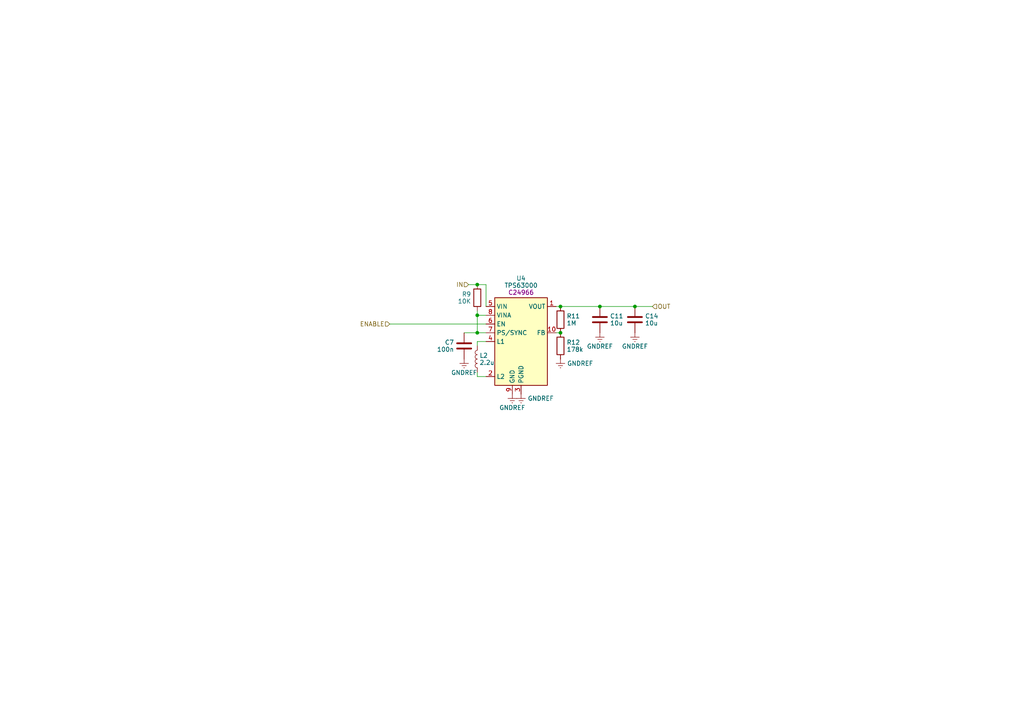
<source format=kicad_sch>
(kicad_sch (version 20230121) (generator eeschema)
  (paper "A4")
  (lib_symbols
    (symbol "Library:C" (pin_numbers hide) (pin_names (offset 0.254))
      (property "Reference" "C" (at 0.635 2.54 0))
      (property "Value" "C" (at 0.635 -2.54 0))
      (symbol "C_0_1"
        (polyline (pts (xy -2.032 -0.762) (xy 2.032 -0.762)) (stroke (width 0.508)))
        (polyline (pts (xy -2.032 0.762) (xy 2.032 0.762)) (stroke (width 0.508)))
      )
      (symbol "C_1_1"
        (pin passive line (at 0 3.81 270) (length 2.794) (name "~") (number "1"))
        (pin passive line (at 0 -3.81 90) (length 2.794) (name "~") (number "2"))
      )
    )
    (symbol "Library:L" (pin_numbers hide) (pin_names (offset 1.016) hide)
      (property "Reference" "L" (at -1.27 0 90))
      (property "Value" "L" (at 1.905 0 90))
      (symbol "L_0_1"
        (arc (start 0 -2.54) (mid 0.6323 -1.905) (end 0 -1.27))
        (arc (start 0 -1.27) (mid 0.6323 -0.635) (end 0 0))
        (arc (start 0 0) (mid 0.6323 0.635) (end 0 1.27))
        (arc (start 0 1.27) (mid 0.6323 1.905) (end 0 2.54))
      )
      (symbol "L_1_1"
        (pin passive line (at 0 3.81 270) (length 1.27) (name "1") (number "1"))
        (pin passive line (at 0 -3.81 90) (length 1.27) (name "2") (number "2"))
      )
    )
    (symbol "Library:R" (pin_numbers hide) (pin_names (offset 0))
      (property "Reference" "R" (at 2.032 0 90))
      (property "Value" "R" (at 0 0 90))
      (symbol "R_0_1"
        (rectangle (start -1.016 -2.54) (end 1.016 2.54) (stroke (width 0.254)))
      )
      (symbol "R_1_1"
        (pin passive line (at 0 3.81 270) (length 1.27) (name "~") (number "1"))
        (pin passive line (at 0 -3.81 90) (length 1.27) (name "~") (number "2"))
      )
    )
    (symbol "Library:TPS63001"
      (property "Reference" "U" (at -7.62 13.97 0))
      (property "Value" "TPS63001" (at 5.08 13.97 0))
      (property "JLC Part #" "C28060" (at 0 0 0))
      (symbol "TPS63001_0_1"
        (rectangle (start -7.62 12.7) (end 7.62 -12.7) (stroke (width 0.254)) (fill (type background)))
      )
      (symbol "TPS63001_1_1"
        (pin power_out line (at 10.16 10.16 180) (length 2.54) (name "VOUT") (number "1"))
        (pin input line (at 10.16 2.54 180) (length 2.54) (name "FB") (number "10"))
        (pin passive line (at 0 -15.24 90) (length 2.54) hide (name "PGND") (number "11"))
        (pin input line (at -10.16 -10.16 0) (length 2.54) (name "L2") (number "2"))
        (pin power_in line (at 0 -15.24 90) (length 2.54) (name "PGND") (number "3"))
        (pin input line (at -10.16 0 0) (length 2.54) (name "L1") (number "4"))
        (pin power_in line (at -10.16 10.16 0) (length 2.54) (name "VIN") (number "5"))
        (pin input line (at -10.16 5.08 0) (length 2.54) (name "EN") (number "6"))
        (pin input line (at -10.16 2.54 0) (length 2.54) (name "PS/SYNC") (number "7"))
        (pin power_in line (at -10.16 7.62 0) (length 2.54) (name "VINA") (number "8"))
        (pin power_in line (at -2.54 -15.24 90) (length 2.54) (name "GND") (number "9"))
      )
    )
    (symbol "power:GNDREF" (power) (pin_names (offset 0))
      (property "Value" "GNDREF" (at 0 -3.81 0))
      (symbol "GNDREF_0_1"
        (polyline (pts (xy -0.635 -1.905) (xy 0.635 -1.905)))
        (polyline (pts (xy -0.127 -2.54) (xy 0.127 -2.54)))
        (polyline (pts (xy 0 -1.27) (xy 0 0)))
        (polyline (pts (xy 1.27 -1.27) (xy -1.27 -1.27)))
      )
      (symbol "GNDREF_1_1"
        (pin power_in line (at 0 0 270) (length 0) hide (name "GNDREF") (number "1"))
      )
    )
  )
  (junction (at 138.43 82.55))
  (junction (at 138.43 91.44))
  (junction (at 162.56 96.52))
  (junction (at 162.56 88.9))
  (junction (at 138.43 96.52))
  (junction (at 184.15 88.9))
  (junction (at 173.99 88.9))
  (wire (pts (xy 161.29 96.52) (xy 162.56 96.52)))
  (wire (pts (xy 138.43 100.33) (xy 138.43 99.06)))
  (wire (pts (xy 140.97 109.22) (xy 138.43 109.22)))
  (wire (pts (xy 173.99 88.9) (xy 184.15 88.9)))
  (wire (pts (xy 113.03 93.98) (xy 140.97 93.98)))
  (wire (pts (xy 162.56 88.9) (xy 173.99 88.9)))
  (wire (pts (xy 140.97 96.52) (xy 138.43 96.52)))
  (wire (pts (xy 140.97 82.55) (xy 140.97 88.9)))
  (wire (pts (xy 161.29 88.9) (xy 162.56 88.9)))
  (wire (pts (xy 138.43 109.22) (xy 138.43 107.95)))
  (wire (pts (xy 138.43 90.17) (xy 138.43 91.44)))
  (wire (pts (xy 138.43 82.55) (xy 140.97 82.55)))
  (wire (pts (xy 138.43 91.44) (xy 140.97 91.44)))
  (wire (pts (xy 138.43 99.06) (xy 140.97 99.06)))
  (wire (pts (xy 134.62 96.52) (xy 138.43 96.52)))
  (wire (pts (xy 138.43 91.44) (xy 138.43 96.52)))
  (wire (pts (xy 135.89 82.55) (xy 138.43 82.55)))
  (wire (pts (xy 184.15 88.9) (xy 189.23 88.9)))
  (hierarchical_label "ENABLE" (shape input) (at 113.03 93.98 180))
  (hierarchical_label "IN" (shape input) (at 135.89 82.55 180))
  (hierarchical_label "OUT" (shape input) (at 189.23 88.9 0))
  (symbol (lib_id "power:GNDREF") (at 151.13 114.3 0) (unit 1)
    (property "Reference" "#PWR019" (effects hide))
    (property "Value" "GNDREF" (at 153.035 115.57 0) (effects (justify left)))
  )
  (symbol (lib_id "power:GNDREF") (at 184.15 96.52 0) (unit 1)
    (property "Reference" "#PWR029" (effects hide))
    (property "Value" "GNDREF" (at 184.15 100.465 0))
  )
  (symbol (lib_id "Library:TPS63001") (at 151.13 99.06 0) (unit 1)
    (property "Reference" "U4" (at 151.13 80.732 0))
    (property "Value" "TPS63000" (at 151.13 82.78 0))
    (property "Footprint" "Package_SON:Texas_DRC0010J" (effects hide))
    (property "Datasheet" "http://www.ti.com/lit/ds/symlink/tps63000.pdf" (effects hide))
    (property "MPN" "C24966" (at 151.13 84.828 0))
  )
  (symbol (lib_id "Library:C") (at 173.99 92.71 0) (unit 1)
    (property "Reference" "C11" (at 176.911 91.686 0) (effects (justify left)))
    (property "Value" "10u" (at 176.911 93.734 0) (effects (justify left)))
    (property "Footprint" "Capacitor_SMD:C_0603_1608Metric" (effects hide))
    (property "MPN" "C19702" (effects hide))
  )
  (symbol (lib_id "Library:R") (at 162.56 100.33 0) (unit 1)
    (property "Reference" "R12" (at 164.338 99.306 0) (effects (justify left)))
    (property "Value" "178k" (at 164.338 101.354 0) (effects (justify left)))
    (property "Footprint" "Resistor_SMD:R_0402_1005Metric" (effects hide))
    (property "MPN" "C321342" (effects hide))
  )
  (symbol (lib_id "Library:R") (at 162.56 92.71 0) (unit 1)
    (property "Reference" "R11" (at 164.338 91.686 0) (effects (justify left)))
    (property "Value" "1M" (at 164.338 93.734 0) (effects (justify left)))
    (property "Footprint" "Resistor_SMD:R_0402_1005Metric" (effects hide))
    (property "MPN" "C26083" (effects hide))
  )
  (symbol (lib_id "Library:R") (at 138.43 86.36 0) (unit 1)
    (property "Reference" "R9" (at 136.652 85.336 0) (effects (justify right)))
    (property "Value" "10K" (at 136.652 87.384 0) (effects (justify right)))
    (property "Footprint" "Resistor_SMD:R_0402_1005Metric" (effects hide))
    (property "MPN" "C25744" (effects hide))
  )
  (symbol (lib_id "power:GNDREF") (at 148.59 114.3 0) (unit 1)
    (property "Reference" "#PWR018" (effects hide))
    (property "Value" "GNDREF" (at 148.59 118.245 0))
  )
  (symbol (lib_id "power:GNDREF") (at 134.62 104.14 0) (unit 1)
    (property "Reference" "#PWR016" (effects hide))
    (property "Value" "GNDREF" (at 134.62 108.085 0))
  )
  (symbol (lib_id "power:GNDREF") (at 162.56 104.14 0) (unit 1)
    (property "Reference" "#PWR022" (effects hide))
    (property "Value" "GNDREF" (at 164.465 105.41 0) (effects (justify left)))
  )
  (symbol (lib_id "Library:C") (at 134.62 100.33 180) (unit 1)
    (property "Reference" "C7" (at 131.6991 99.306 0) (effects (justify left)))
    (property "Value" "100n" (at 131.6991 101.354 0) (effects (justify left)))
    (property "Footprint" "Capacitor_SMD:C_0603_1608Metric" (effects hide))
    (property "MPN" "C14663" (effects hide))
  )
  (symbol (lib_id "Library:C") (at 184.15 92.71 0) (unit 1)
    (property "Reference" "C14" (at 187.071 91.686 0) (effects (justify left)))
    (property "Value" "10u" (at 187.071 93.734 0) (effects (justify left)))
    (property "Footprint" "Capacitor_SMD:C_0603_1608Metric" (effects hide))
    (property "MPN" "C19702" (effects hide))
  )
  (symbol (lib_id "power:GNDREF") (at 173.99 96.52 0) (unit 1)
    (property "Reference" "#PWR026" (effects hide))
    (property "Value" "GNDREF" (at 173.99 100.465 0))
  )
  (symbol (lib_id "Library:L") (at 138.43 104.14 180) (unit 1)
    (property "Reference" "L2" (at 139.0649 103.116 0) (effects (justify right)))
    (property "Value" "2.2u" (at 139.0649 105.164 0) (effects (justify right)))
    (property "Footprint" "Inductor_SMD:L_0805_2012Metric" (effects hide))
    (property "MPN" "C431245" (effects hide))
  )
)
</source>
